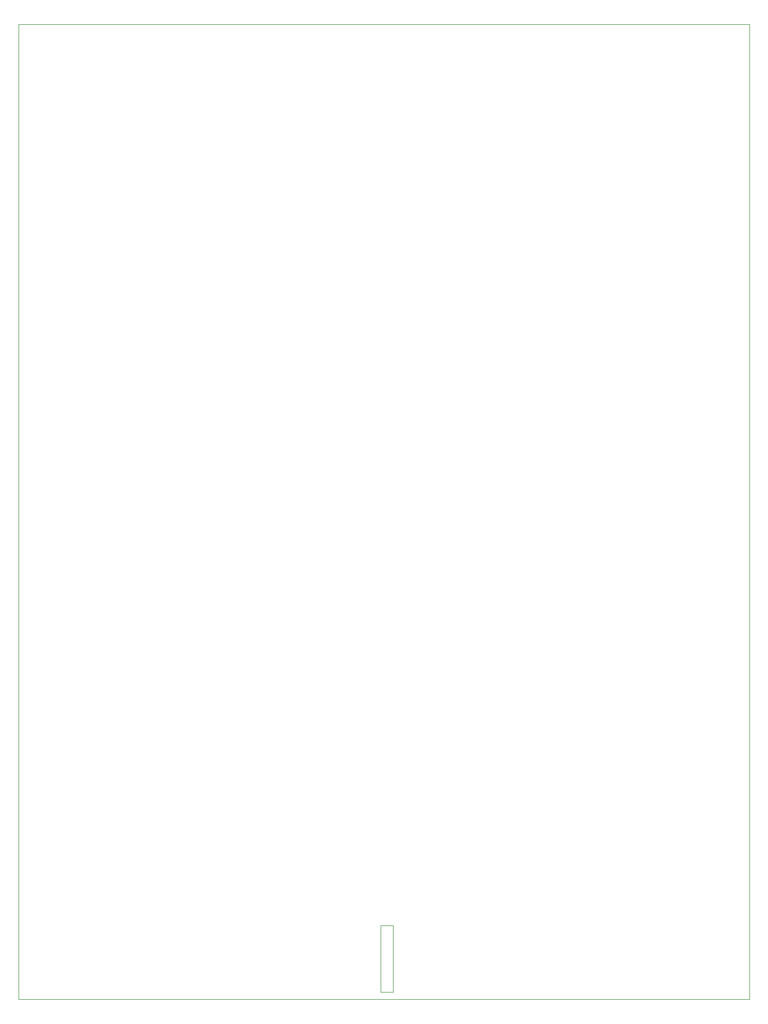
<source format=gbr>
%TF.GenerationSoftware,KiCad,Pcbnew,8.0.9-8.0.9-0~ubuntu24.04.1*%
%TF.CreationDate,2025-03-26T21:18:20+01:00*%
%TF.ProjectId,xResistorTranferBank,78526573-6973-4746-9f72-5472616e6665,rev?*%
%TF.SameCoordinates,Original*%
%TF.FileFunction,Profile,NP*%
%FSLAX46Y46*%
G04 Gerber Fmt 4.6, Leading zero omitted, Abs format (unit mm)*
G04 Created by KiCad (PCBNEW 8.0.9-8.0.9-0~ubuntu24.04.1) date 2025-03-26 21:18:20*
%MOMM*%
%LPD*%
G01*
G04 APERTURE LIST*
%TA.AperFunction,Profile*%
%ADD10C,0.100000*%
%TD*%
G04 APERTURE END LIST*
D10*
X27533650Y-23156000D02*
X147533650Y-23156000D01*
X147533650Y-183156000D01*
X27533650Y-183156000D01*
X27533650Y-23156000D01*
X87000000Y-171000000D02*
X89000000Y-171000000D01*
X89000000Y-182000000D01*
X87000000Y-182000000D01*
X87000000Y-171000000D01*
M02*

</source>
